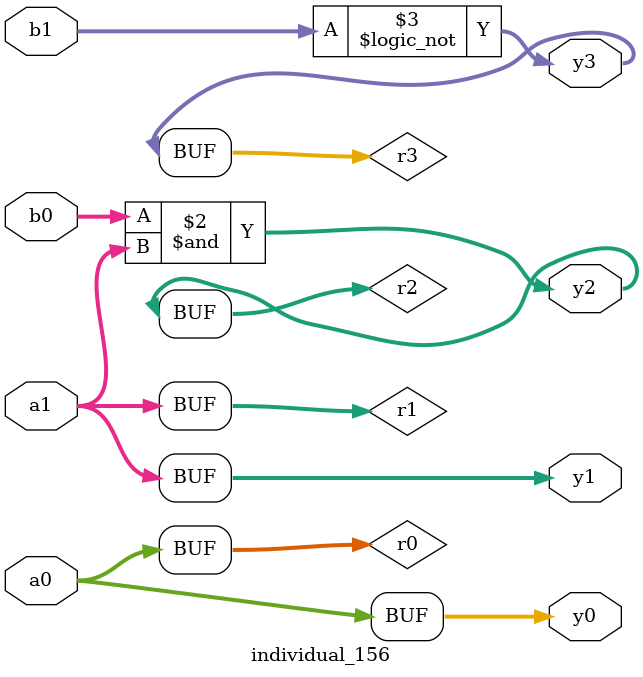
<source format=sv>
module individual_156(input logic [15:0] a1, input logic [15:0] a0, input logic [15:0] b1, input logic [15:0] b0, output logic [15:0] y3, output logic [15:0] y2, output logic [15:0] y1, output logic [15:0] y0);
logic [15:0] r0, r1, r2, r3; 
 always@(*) begin 
	 r0 = a0; r1 = a1; r2 = b0; r3 = b1; 
 	 r2  &=  a1 ;
 	 r3 = ! r3 ;
 	 y3 = r3; y2 = r2; y1 = r1; y0 = r0; 
end
endmodule
</source>
